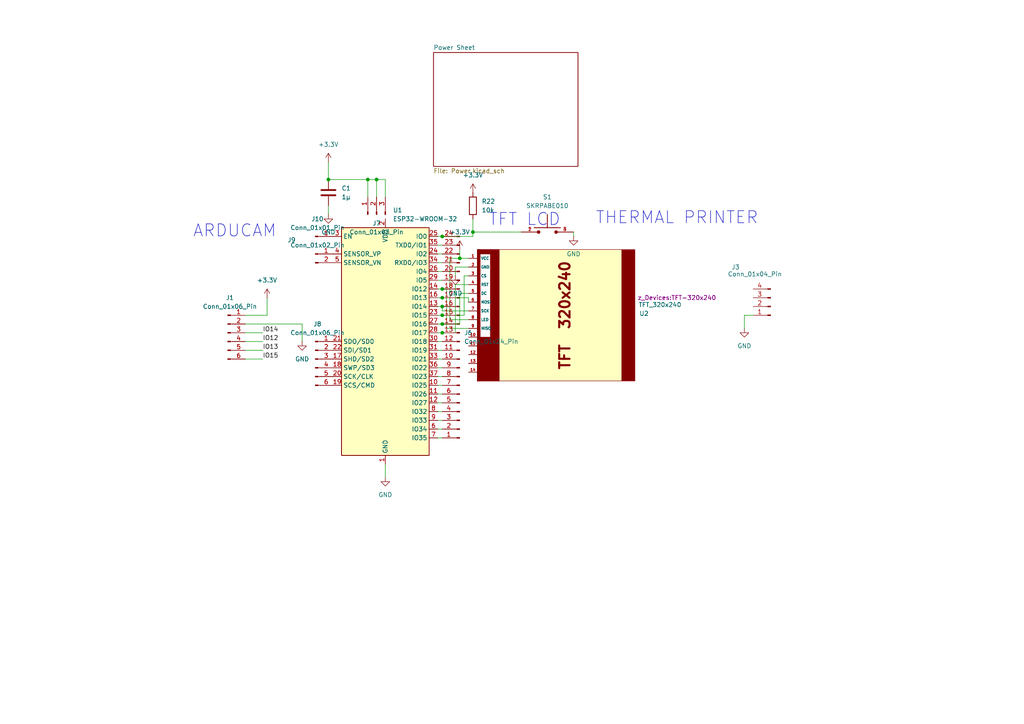
<source format=kicad_sch>
(kicad_sch (version 20231120) (generator "eeschema") (generator_version "8.0")
  (paper "A4")
  (lib_symbols
    (symbol "Connector:Conn_01x01_Pin" (pin_names (offset 1.016) hide)
      (property "Reference" "J" (at 0 2.54 0))
      (property "Value" "Conn_01x01_Pin" (at 0 -2.54 0))
      (symbol "Conn_01x01_Pin_1_1"
        (polyline (pts (xy 1.27 0) (xy 0.8636 0)) (stroke (width 0.1524)))
        (rectangle (start 0.8636 0.127) (end 0 -0.127) (stroke (width 0.1524)) (fill (type outline)))
        (pin passive line (at 5.08 0 180) (length 3.81) (name "Pin_1") (number "1"))
      )
    )
    (symbol "Connector:Conn_01x02_Pin" (pin_names (offset 1.016) hide)
      (property "Reference" "J" (at 0 2.54 0))
      (property "Value" "Conn_01x02_Pin" (at 0 -5.08 0))
      (symbol "Conn_01x02_Pin_1_1"
        (polyline (pts (xy 1.27 -2.54) (xy 0.8636 -2.54)) (stroke (width 0.1524)))
        (polyline (pts (xy 1.27 0) (xy 0.8636 0)) (stroke (width 0.1524)))
        (rectangle (start 0.8636 -2.413) (end 0 -2.667) (stroke (width 0.1524)) (fill (type outline)))
        (rectangle (start 0.8636 0.127) (end 0 -0.127) (stroke (width 0.1524)) (fill (type outline)))
        (pin passive line (at 5.08 0 180) (length 3.81) (name "Pin_1") (number "1"))
        (pin passive line (at 5.08 -2.54 180) (length 3.81) (name "Pin_2") (number "2"))
      )
    )
    (symbol "Connector:Conn_01x03_Pin" (pin_names (offset 1.016) hide)
      (property "Reference" "J" (at 0 5.08 0))
      (property "Value" "Conn_01x03_Pin" (at 0 -5.08 0))
      (symbol "Conn_01x03_Pin_1_1"
        (polyline (pts (xy 1.27 -2.54) (xy 0.8636 -2.54)) (stroke (width 0.1524)))
        (polyline (pts (xy 1.27 0) (xy 0.8636 0)) (stroke (width 0.1524)))
        (polyline (pts (xy 1.27 2.54) (xy 0.8636 2.54)) (stroke (width 0.1524)))
        (rectangle (start 0.8636 -2.413) (end 0 -2.667) (stroke (width 0.1524)) (fill (type outline)))
        (rectangle (start 0.8636 0.127) (end 0 -0.127) (stroke (width 0.1524)) (fill (type outline)))
        (rectangle (start 0.8636 2.667) (end 0 2.413) (stroke (width 0.1524)) (fill (type outline)))
        (pin passive line (at 5.08 2.54 180) (length 3.81) (name "Pin_1") (number "1"))
        (pin passive line (at 5.08 0 180) (length 3.81) (name "Pin_2") (number "2"))
        (pin passive line (at 5.08 -2.54 180) (length 3.81) (name "Pin_3") (number "3"))
      )
    )
    (symbol "Connector:Conn_01x04_Pin" (pin_names (offset 1.016) hide)
      (property "Reference" "J" (at 0 5.08 0))
      (property "Value" "Conn_01x04_Pin" (at 0 -7.62 0))
      (symbol "Conn_01x04_Pin_1_1"
        (polyline (pts (xy 1.27 -5.08) (xy 0.8636 -5.08)) (stroke (width 0.1524)))
        (polyline (pts (xy 1.27 -2.54) (xy 0.8636 -2.54)) (stroke (width 0.1524)))
        (polyline (pts (xy 1.27 0) (xy 0.8636 0)) (stroke (width 0.1524)))
        (polyline (pts (xy 1.27 2.54) (xy 0.8636 2.54)) (stroke (width 0.1524)))
        (rectangle (start 0.8636 -4.953) (end 0 -5.207) (stroke (width 0.1524)) (fill (type outline)))
        (rectangle (start 0.8636 -2.413) (end 0 -2.667) (stroke (width 0.1524)) (fill (type outline)))
        (rectangle (start 0.8636 0.127) (end 0 -0.127) (stroke (width 0.1524)) (fill (type outline)))
        (rectangle (start 0.8636 2.667) (end 0 2.413) (stroke (width 0.1524)) (fill (type outline)))
        (pin passive line (at 5.08 2.54 180) (length 3.81) (name "Pin_1") (number "1"))
        (pin passive line (at 5.08 0 180) (length 3.81) (name "Pin_2") (number "2"))
        (pin passive line (at 5.08 -2.54 180) (length 3.81) (name "Pin_3") (number "3"))
        (pin passive line (at 5.08 -5.08 180) (length 3.81) (name "Pin_4") (number "4"))
      )
    )
    (symbol "Connector:Conn_01x06_Pin" (pin_names (offset 1.016) hide)
      (property "Reference" "J" (at 0 7.62 0))
      (property "Value" "Conn_01x06_Pin" (at 0 -10.16 0))
      (symbol "Conn_01x06_Pin_1_1"
        (polyline (pts (xy 1.27 -7.62) (xy 0.8636 -7.62)) (stroke (width 0.1524)))
        (polyline (pts (xy 1.27 -5.08) (xy 0.8636 -5.08)) (stroke (width 0.1524)))
        (polyline (pts (xy 1.27 -2.54) (xy 0.8636 -2.54)) (stroke (width 0.1524)))
        (polyline (pts (xy 1.27 0) (xy 0.8636 0)) (stroke (width 0.1524)))
        (polyline (pts (xy 1.27 2.54) (xy 0.8636 2.54)) (stroke (width 0.1524)))
        (polyline (pts (xy 1.27 5.08) (xy 0.8636 5.08)) (stroke (width 0.1524)))
        (rectangle (start 0.8636 -7.493) (end 0 -7.747) (stroke (width 0.1524)) (fill (type outline)))
        (rectangle (start 0.8636 -4.953) (end 0 -5.207) (stroke (width 0.1524)) (fill (type outline)))
        (rectangle (start 0.8636 -2.413) (end 0 -2.667) (stroke (width 0.1524)) (fill (type outline)))
        (rectangle (start 0.8636 0.127) (end 0 -0.127) (stroke (width 0.1524)) (fill (type outline)))
        (rectangle (start 0.8636 2.667) (end 0 2.413) (stroke (width 0.1524)) (fill (type outline)))
        (rectangle (start 0.8636 5.207) (end 0 4.953) (stroke (width 0.1524)) (fill (type outline)))
        (pin passive line (at 5.08 5.08 180) (length 3.81) (name "Pin_1") (number "1"))
        (pin passive line (at 5.08 2.54 180) (length 3.81) (name "Pin_2") (number "2"))
        (pin passive line (at 5.08 0 180) (length 3.81) (name "Pin_3") (number "3"))
        (pin passive line (at 5.08 -2.54 180) (length 3.81) (name "Pin_4") (number "4"))
        (pin passive line (at 5.08 -5.08 180) (length 3.81) (name "Pin_5") (number "5"))
        (pin passive line (at 5.08 -7.62 180) (length 3.81) (name "Pin_6") (number "6"))
      )
    )
    (symbol "Connector:Conn_01x24_Pin" (pin_names (offset 1.016) hide)
      (property "Reference" "J" (at 0 30.48 0))
      (property "Value" "Conn_01x24_Pin" (at 0 -33.02 0))
      (symbol "Conn_01x24_Pin_1_1"
        (polyline (pts (xy 1.27 -30.48) (xy 0.8636 -30.48)) (stroke (width 0.1524)))
        (polyline (pts (xy 1.27 -27.94) (xy 0.8636 -27.94)) (stroke (width 0.1524)))
        (polyline (pts (xy 1.27 -25.4) (xy 0.8636 -25.4)) (stroke (width 0.1524)))
        (polyline (pts (xy 1.27 -22.86) (xy 0.8636 -22.86)) (stroke (width 0.1524)))
        (polyline (pts (xy 1.27 -20.32) (xy 0.8636 -20.32)) (stroke (width 0.1524)))
        (polyline (pts (xy 1.27 -17.78) (xy 0.8636 -17.78)) (stroke (width 0.1524)))
        (polyline (pts (xy 1.27 -15.24) (xy 0.8636 -15.24)) (stroke (width 0.1524)))
        (polyline (pts (xy 1.27 -12.7) (xy 0.8636 -12.7)) (stroke (width 0.1524)))
        (polyline (pts (xy 1.27 -10.16) (xy 0.8636 -10.16)) (stroke (width 0.1524)))
        (polyline (pts (xy 1.27 -7.62) (xy 0.8636 -7.62)) (stroke (width 0.1524)))
        (polyline (pts (xy 1.27 -5.08) (xy 0.8636 -5.08)) (stroke (width 0.1524)))
        (polyline (pts (xy 1.27 -2.54) (xy 0.8636 -2.54)) (stroke (width 0.1524)))
        (polyline (pts (xy 1.27 0) (xy 0.8636 0)) (stroke (width 0.1524)))
        (polyline (pts (xy 1.27 2.54) (xy 0.8636 2.54)) (stroke (width 0.1524)))
        (polyline (pts (xy 1.27 5.08) (xy 0.8636 5.08)) (stroke (width 0.1524)))
        (polyline (pts (xy 1.27 7.62) (xy 0.8636 7.62)) (stroke (width 0.1524)))
        (polyline (pts (xy 1.27 10.16) (xy 0.8636 10.16)) (stroke (width 0.1524)))
        (polyline (pts (xy 1.27 12.7) (xy 0.8636 12.7)) (stroke (width 0.1524)))
        (polyline (pts (xy 1.27 15.24) (xy 0.8636 15.24)) (stroke (width 0.1524)))
        (polyline (pts (xy 1.27 17.78) (xy 0.8636 17.78)) (stroke (width 0.1524)))
        (polyline (pts (xy 1.27 20.32) (xy 0.8636 20.32)) (stroke (width 0.1524)))
        (polyline (pts (xy 1.27 22.86) (xy 0.8636 22.86)) (stroke (width 0.1524)))
        (polyline (pts (xy 1.27 25.4) (xy 0.8636 25.4)) (stroke (width 0.1524)))
        (polyline (pts (xy 1.27 27.94) (xy 0.8636 27.94)) (stroke (width 0.1524)))
        (rectangle (start 0.8636 -30.353) (end 0 -30.607) (stroke (width 0.1524)) (fill (type outline)))
        (rectangle (start 0.8636 -27.813) (end 0 -28.067) (stroke (width 0.1524)) (fill (type outline)))
        (rectangle (start 0.8636 -25.273) (end 0 -25.527) (stroke (width 0.1524)) (fill (type outline)))
        (rectangle (start 0.8636 -22.733) (end 0 -22.987) (stroke (width 0.1524)) (fill (type outline)))
        (rectangle (start 0.8636 -20.193) (end 0 -20.447) (stroke (width 0.1524)) (fill (type outline)))
        (rectangle (start 0.8636 -17.653) (end 0 -17.907) (stroke (width 0.1524)) (fill (type outline)))
        (rectangle (start 0.8636 -15.113) (end 0 -15.367) (stroke (width 0.1524)) (fill (type outline)))
        (rectangle (start 0.8636 -12.573) (end 0 -12.827) (stroke (width 0.1524)) (fill (type outline)))
        (rectangle (start 0.8636 -10.033) (end 0 -10.287) (stroke (width 0.1524)) (fill (type outline)))
        (rectangle (start 0.8636 -7.493) (end 0 -7.747) (stroke (width 0.1524)) (fill (type outline)))
        (rectangle (start 0.8636 -4.953) (end 0 -5.207) (stroke (width 0.1524)) (fill (type outline)))
        (rectangle (start 0.8636 -2.413) (end 0 -2.667) (stroke (width 0.1524)) (fill (type outline)))
        (rectangle (start 0.8636 0.127) (end 0 -0.127) (stroke (width 0.1524)) (fill (type outline)))
        (rectangle (start 0.8636 2.667) (end 0 2.413) (stroke (width 0.1524)) (fill (type outline)))
        (rectangle (start 0.8636 5.207) (end 0 4.953) (stroke (width 0.1524)) (fill (type outline)))
        (rectangle (start 0.8636 7.747) (end 0 7.493) (stroke (width 0.1524)) (fill (type outline)))
        (rectangle (start 0.8636 10.287) (end 0 10.033) (stroke (width 0.1524)) (fill (type outline)))
        (rectangle (start 0.8636 12.827) (end 0 12.573) (stroke (width 0.1524)) (fill (type outline)))
        (rectangle (start 0.8636 15.367) (end 0 15.113) (stroke (width 0.1524)) (fill (type outline)))
        (rectangle (start 0.8636 17.907) (end 0 17.653) (stroke (width 0.1524)) (fill (type outline)))
        (rectangle (start 0.8636 20.447) (end 0 20.193) (stroke (width 0.1524)) (fill (type outline)))
        (rectangle (start 0.8636 22.987) (end 0 22.733) (stroke (width 0.1524)) (fill (type outline)))
        (rectangle (start 0.8636 25.527) (end 0 25.273) (stroke (width 0.1524)) (fill (type outline)))
        (rectangle (start 0.8636 28.067) (end 0 27.813) (stroke (width 0.1524)) (fill (type outline)))
        (pin passive line (at 5.08 27.94 180) (length 3.81) (name "Pin_1") (number "1"))
        (pin passive line (at 5.08 5.08 180) (length 3.81) (name "Pin_10") (number "10"))
        (pin passive line (at 5.08 2.54 180) (length 3.81) (name "Pin_11") (number "11"))
        (pin passive line (at 5.08 0 180) (length 3.81) (name "Pin_12") (number "12"))
        (pin passive line (at 5.08 -2.54 180) (length 3.81) (name "Pin_13") (number "13"))
        (pin passive line (at 5.08 -5.08 180) (length 3.81) (name "Pin_14") (number "14"))
        (pin passive line (at 5.08 -7.62 180) (length 3.81) (name "Pin_15") (number "15"))
        (pin passive line (at 5.08 -10.16 180) (length 3.81) (name "Pin_16") (number "16"))
        (pin passive line (at 5.08 -12.7 180) (length 3.81) (name "Pin_17") (number "17"))
        (pin passive line (at 5.08 -15.24 180) (length 3.81) (name "Pin_18") (number "18"))
        (pin passive line (at 5.08 -17.78 180) (length 3.81) (name "Pin_19") (number "19"))
        (pin passive line (at 5.08 25.4 180) (length 3.81) (name "Pin_2") (number "2"))
        (pin passive line (at 5.08 -20.32 180) (length 3.81) (name "Pin_20") (number "20"))
        (pin passive line (at 5.08 -22.86 180) (length 3.81) (name "Pin_21") (number "21"))
        (pin passive line (at 5.08 -25.4 180) (length 3.81) (name "Pin_22") (number "22"))
        (pin passive line (at 5.08 -27.94 180) (length 3.81) (name "Pin_23") (number "23"))
        (pin passive line (at 5.08 -30.48 180) (length 3.81) (name "Pin_24") (number "24"))
        (pin passive line (at 5.08 22.86 180) (length 3.81) (name "Pin_3") (number "3"))
        (pin passive line (at 5.08 20.32 180) (length 3.81) (name "Pin_4") (number "4"))
        (pin passive line (at 5.08 17.78 180) (length 3.81) (name "Pin_5") (number "5"))
        (pin passive line (at 5.08 15.24 180) (length 3.81) (name "Pin_6") (number "6"))
        (pin passive line (at 5.08 12.7 180) (length 3.81) (name "Pin_7") (number "7"))
        (pin passive line (at 5.08 10.16 180) (length 3.81) (name "Pin_8") (number "8"))
        (pin passive line (at 5.08 7.62 180) (length 3.81) (name "Pin_9") (number "9"))
      )
    )
    (symbol "Device:C" (pin_numbers hide) (pin_names (offset 0.254))
      (property "Reference" "C" (at 0.635 2.54 0))
      (property "Value" "C" (at 0.635 -2.54 0))
      (symbol "C_0_1"
        (polyline (pts (xy -2.032 -0.762) (xy 2.032 -0.762)) (stroke (width 0.508)))
        (polyline (pts (xy -2.032 0.762) (xy 2.032 0.762)) (stroke (width 0.508)))
      )
      (symbol "C_1_1"
        (pin passive line (at 0 3.81 270) (length 2.794) (name "~") (number "1"))
        (pin passive line (at 0 -3.81 90) (length 2.794) (name "~") (number "2"))
      )
    )
    (symbol "Device:R" (pin_numbers hide) (pin_names (offset 0))
      (property "Reference" "R" (at 2.032 0 90))
      (property "Value" "R" (at 0 0 90))
      (symbol "R_0_1"
        (rectangle (start -1.016 -2.54) (end 1.016 2.54) (stroke (width 0.254)))
      )
      (symbol "R_1_1"
        (pin passive line (at 0 3.81 270) (length 1.27) (name "~") (number "1"))
        (pin passive line (at 0 -3.81 90) (length 1.27) (name "~") (number "2"))
      )
    )
    (symbol "RF_Module:ESP32-WROOM-32"
      (property "Reference" "U" (at -12.7 34.29 0))
      (property "Value" "ESP32-WROOM-32" (at 1.27 34.29 0))
      (symbol "ESP32-WROOM-32_0_1"
        (rectangle (start -12.7 33.02) (end 12.7 -33.02) (stroke (width 0.254)) (fill (type background)))
      )
      (symbol "ESP32-WROOM-32_1_1"
        (pin power_in line (at 0 -35.56 90) (length 2.54) (name "GND") (number "1"))
        (pin bidirectional line (at 15.24 -12.7 180) (length 2.54) (name "IO25") (number "10"))
        (pin bidirectional line (at 15.24 -15.24 180) (length 2.54) (name "IO26") (number "11"))
        (pin bidirectional line (at 15.24 -17.78 180) (length 2.54) (name "IO27") (number "12"))
        (pin bidirectional line (at 15.24 10.16 180) (length 2.54) (name "IO14") (number "13"))
        (pin bidirectional line (at 15.24 15.24 180) (length 2.54) (name "IO12") (number "14"))
        (pin passive line (at 0 -35.56 90) (length 2.54) hide (name "GND") (number "15"))
        (pin bidirectional line (at 15.24 12.7 180) (length 2.54) (name "IO13") (number "16"))
        (pin bidirectional line (at -15.24 -5.08 0) (length 2.54) (name "SHD/SD2") (number "17"))
        (pin bidirectional line (at -15.24 -7.62 0) (length 2.54) (name "SWP/SD3") (number "18"))
        (pin bidirectional line (at -15.24 -12.7 0) (length 2.54) (name "SCS/CMD") (number "19"))
        (pin power_in line (at 0 35.56 270) (length 2.54) (name "VDD") (number "2"))
        (pin bidirectional line (at -15.24 -10.16 0) (length 2.54) (name "SCK/CLK") (number "20"))
        (pin bidirectional line (at -15.24 0 0) (length 2.54) (name "SDO/SD0") (number "21"))
        (pin bidirectional line (at -15.24 -2.54 0) (length 2.54) (name "SDI/SD1") (number "22"))
        (pin bidirectional line (at 15.24 7.62 180) (length 2.54) (name "IO15") (number "23"))
        (pin bidirectional line (at 15.24 25.4 180) (length 2.54) (name "IO2") (number "24"))
        (pin bidirectional line (at 15.24 30.48 180) (length 2.54) (name "IO0") (number "25"))
        (pin bidirectional line (at 15.24 20.32 180) (length 2.54) (name "IO4") (number "26"))
        (pin bidirectional line (at 15.24 5.08 180) (length 2.54) (name "IO16") (number "27"))
        (pin bidirectional line (at 15.24 2.54 180) (length 2.54) (name "IO17") (number "28"))
        (pin bidirectional line (at 15.24 17.78 180) (length 2.54) (name "IO5") (number "29"))
        (pin input line (at -15.24 30.48 0) (length 2.54) (name "EN") (number "3"))
        (pin bidirectional line (at 15.24 0 180) (length 2.54) (name "IO18") (number "30"))
        (pin bidirectional line (at 15.24 -2.54 180) (length 2.54) (name "IO19") (number "31"))
        (pin no_connect line (at -12.7 -27.94 0) (length 2.54) hide (name "NC") (number "32"))
        (pin bidirectional line (at 15.24 -5.08 180) (length 2.54) (name "IO21") (number "33"))
        (pin bidirectional line (at 15.24 22.86 180) (length 2.54) (name "RXD0/IO3") (number "34"))
        (pin bidirectional line (at 15.24 27.94 180) (length 2.54) (name "TXD0/IO1") (number "35"))
        (pin bidirectional line (at 15.24 -7.62 180) (length 2.54) (name "IO22") (number "36"))
        (pin bidirectional line (at 15.24 -10.16 180) (length 2.54) (name "IO23") (number "37"))
        (pin passive line (at 0 -35.56 90) (length 2.54) hide (name "GND") (number "38"))
        (pin passive line (at 0 -35.56 90) (length 2.54) hide (name "GND") (number "39"))
        (pin input line (at -15.24 25.4 0) (length 2.54) (name "SENSOR_VP") (number "4"))
        (pin input line (at -15.24 22.86 0) (length 2.54) (name "SENSOR_VN") (number "5"))
        (pin input line (at 15.24 -25.4 180) (length 2.54) (name "IO34") (number "6"))
        (pin input line (at 15.24 -27.94 180) (length 2.54) (name "IO35") (number "7"))
        (pin bidirectional line (at 15.24 -20.32 180) (length 2.54) (name "IO32") (number "8"))
        (pin bidirectional line (at 15.24 -22.86 180) (length 2.54) (name "IO33") (number "9"))
      )
    )
    (symbol "SW_SKRPABE010:SKRPABE010" (pin_names (offset 1.016))
      (property "Reference" "S" (at -5.08 6.35 0))
      (property "Value" "SKRPABE010" (at -5.08 -5.08 0))
      (symbol "SKRPABE010_0_0"
        (circle (center -2.54 0) (radius 0.254) (stroke (width 0.508)))
        (polyline (pts (xy -3.81 1.27) (xy 0 1.27)) (stroke (width 0.254)))
        (polyline (pts (xy 0 1.27) (xy 0 5.08)) (stroke (width 0.254)))
        (polyline (pts (xy 0 1.27) (xy 3.81 1.27)) (stroke (width 0.254)))
        (circle (center 2.54 0) (radius 0.254) (stroke (width 0.508)))
        (pin passive line (at -7.62 0 0) (length 5.08) (name "~") (number "1"))
        (pin passive line (at -7.62 0 0) (length 5.08) (name "~") (number "2"))
        (pin passive line (at 7.62 0 180) (length 5.08) (name "~") (number "3"))
        (pin passive line (at 7.62 0 180) (length 5.08) (name "~") (number "4"))
      )
    )
    (symbol "power:+3.3V" (power) (pin_numbers hide) (pin_names (offset 0) hide)
      (property "Value" "+3.3V" (at 0 3.556 0))
      (symbol "+3.3V_0_1"
        (polyline (pts (xy -0.762 1.27) (xy 0 2.54)))
        (polyline (pts (xy 0 0) (xy 0 2.54)))
        (polyline (pts (xy 0 2.54) (xy 0.762 1.27)))
      )
      (symbol "+3.3V_1_1"
        (pin power_in line (at 0 0 90) (length 0) (name "~") (number "1"))
      )
    )
    (symbol "power:GND" (power) (pin_numbers hide) (pin_names (offset 0) hide)
      (property "Value" "GND" (at 0 -3.81 0))
      (symbol "GND_0_1"
        (polyline (pts (xy 0 0) (xy 0 -1.27) (xy 1.27 -1.27) (xy 0 -2.54) (xy -1.27 -1.27) (xy 0 -1.27)))
      )
      (symbol "GND_1_1"
        (pin power_in line (at 0 0 270) (length 0) (name "~") (number "1"))
      )
    )
    (symbol "tft_320x240:TFT_320x240" (pin_names (offset 1.016))
      (property "Reference" "U?" (at 20.32 25.4001 0))
      (property "Value" "TFT_320x240" (at 20.32 22.8601 0))
      (property "Footprint" "z_Devices:TFT-320x240" (at 20.32 20.3201 0))
      (symbol "TFT_320x240_0_0"
        (text "TFT  320x240" (at 0 25.4 0) (effects (font (size 2.9972 2.9972) (bold yes))))
      )
      (symbol "TFT_320x240_0_1"
        (rectangle (start -19.05 0) (end 19.05 0.8382) (fill (type outline)))
        (rectangle (start -19.05 0) (end 19.05 6.35))
        (rectangle (start -19.05 6.35) (end 19.05 3.81) (fill (type outline)))
        (rectangle (start -19.05 6.35) (end 19.05 41.91) (fill (type background)))
        (rectangle (start -19.05 41.91) (end 19.05 45.72) (fill (type outline)))
        (rectangle (start -17.78 0) (end -19.05 3.81) (fill (type outline)))
        (rectangle (start 19.05 0) (end 6.35 3.81) (fill (type outline)))
      )
      (symbol "TFT_320x240_1_1"
        (pin power_in line (at -16.51 -2.54 90) (length 2.54) (name "VCC") (number "1"))
        (pin bidirectional line (at 6.35 -2.54 90) (length 2.54) (name "~") (number "10"))
        (pin bidirectional line (at 8.89 -2.54 90) (length 2.54) (name "~") (number "11"))
        (pin bidirectional line (at 11.43 -2.54 90) (length 2.54) (name "~") (number "12"))
        (pin bidirectional line (at 13.97 -2.54 90) (length 2.54) (name "~") (number "13"))
        (pin bidirectional line (at 16.51 -2.54 90) (length 2.54) (name "~") (number "14"))
        (pin bidirectional line (at -13.97 -2.54 90) (length 2.54) (name "GND") (number "2"))
        (pin bidirectional line (at -11.43 -2.54 90) (length 2.54) (name "CS") (number "3"))
        (pin bidirectional line (at -8.89 -2.54 90) (length 2.54) (name "RST") (number "4"))
        (pin bidirectional line (at -6.35 -2.54 90) (length 2.54) (name "DC") (number "5"))
        (pin bidirectional line (at -3.81 -2.54 90) (length 2.54) (name "MOSI") (number "6"))
        (pin bidirectional line (at -1.27 -2.54 90) (length 2.54) (name "SCK") (number "7"))
        (pin power_in line (at 1.27 -2.54 90) (length 2.54) (name "LED") (number "8"))
        (pin bidirectional line (at 3.81 -2.54 90) (length 2.54) (name "MISO") (number "9"))
      )
    )
  )
  (junction (at 137.16 67.31))
  (junction (at 133.35 74.93))
  (junction (at 128.27 91.44))
  (junction (at 128.27 96.52))
  (junction (at 109.22 52.07))
  (junction (at 95.25 52.07))
  (junction (at 128.27 83.82))
  (junction (at 128.27 88.9))
  (junction (at 128.27 93.98))
  (junction (at 128.27 68.58))
  (junction (at 106.68 52.07))
  (junction (at 128.27 86.36))
  (wire (pts (xy 128.27 111.76) (xy 127 111.76)))
  (wire (pts (xy 129.54 83.82) (xy 128.27 83.82)))
  (wire (pts (xy 127 68.58) (xy 128.27 68.58)))
  (wire (pts (xy 134.62 91.44) (xy 128.27 91.44)))
  (wire (pts (xy 128.27 116.84) (xy 127 116.84)))
  (wire (pts (xy 109.22 52.07) (xy 109.22 57.15)))
  (wire (pts (xy 128.27 83.82) (xy 127 83.82)))
  (wire (pts (xy 133.35 93.98) (xy 128.27 93.98)))
  (wire (pts (xy 151.13 67.31) (xy 137.16 67.31)))
  (wire (pts (xy 128.27 88.9) (xy 127 88.9)))
  (wire (pts (xy 135.89 80.01) (xy 134.62 80.01)))
  (wire (pts (xy 135.89 85.09) (xy 133.35 85.09)))
  (wire (pts (xy 128.27 114.3) (xy 127 114.3)))
  (wire (pts (xy 135.89 95.25) (xy 129.54 95.25)))
  (wire (pts (xy 128.27 81.28) (xy 127 81.28)))
  (wire (pts (xy 129.54 95.25) (xy 129.54 83.82)))
  (wire (pts (xy 134.62 80.01) (xy 134.62 91.44)))
  (wire (pts (xy 71.12 99.06) (xy 76.2 99.06)))
  (wire (pts (xy 128.27 78.74) (xy 127 78.74)))
  (wire (pts (xy 77.47 91.44) (xy 77.47 86.36)))
  (wire (pts (xy 128.27 127) (xy 127 127)))
  (wire (pts (xy 128.27 76.2) (xy 127 76.2)))
  (wire (pts (xy 215.9 91.44) (xy 215.9 95.25)))
  (wire (pts (xy 135.89 90.17) (xy 128.27 90.17)))
  (wire (pts (xy 128.27 86.36) (xy 135.89 86.36)))
  (wire (pts (xy 109.22 52.07) (xy 111.76 52.07)))
  (wire (pts (xy 128.27 106.68) (xy 127 106.68)))
  (wire (pts (xy 128.27 101.6) (xy 127 101.6)))
  (wire (pts (xy 95.25 52.07) (xy 106.68 52.07)))
  (wire (pts (xy 71.12 93.98) (xy 87.63 93.98)))
  (wire (pts (xy 71.12 96.52) (xy 76.2 96.52)))
  (wire (pts (xy 137.16 63.5) (xy 137.16 67.31)))
  (wire (pts (xy 132.08 96.52) (xy 128.27 96.52)))
  (wire (pts (xy 135.89 87.63) (xy 135.89 86.36)))
  (wire (pts (xy 128.27 119.38) (xy 127 119.38)))
  (wire (pts (xy 128.27 124.46) (xy 127 124.46)))
  (wire (pts (xy 130.4816 92.71) (xy 130.4816 74.93)))
  (wire (pts (xy 128.27 91.44) (xy 127 91.44)))
  (wire (pts (xy 137.16 67.31) (xy 137.16 68.58)))
  (wire (pts (xy 128.27 86.36) (xy 127 86.36)))
  (wire (pts (xy 135.89 77.47) (xy 132.08 77.47)))
  (wire (pts (xy 111.76 52.07) (xy 111.76 57.15)))
  (wire (pts (xy 111.76 134.62) (xy 111.76 138.43)))
  (wire (pts (xy 132.08 82.55) (xy 132.08 96.52)))
  (wire (pts (xy 71.12 104.14) (xy 76.2 104.14)))
  (wire (pts (xy 87.63 93.98) (xy 87.63 99.06)))
  (wire (pts (xy 128.27 109.22) (xy 127 109.22)))
  (wire (pts (xy 128.27 68.58) (xy 137.16 68.58)))
  (wire (pts (xy 71.12 91.44) (xy 77.47 91.44)))
  (wire (pts (xy 71.12 101.6) (xy 76.2 101.6)))
  (wire (pts (xy 128.27 90.17) (xy 128.27 88.9)))
  (wire (pts (xy 95.25 59.69) (xy 95.25 62.23)))
  (wire (pts (xy 128.27 71.12) (xy 127 71.12)))
  (wire (pts (xy 135.89 92.71) (xy 130.4816 92.71)))
  (wire (pts (xy 95.25 46.99) (xy 95.25 52.07)))
  (wire (pts (xy 128.27 93.98) (xy 127 93.98)))
  (wire (pts (xy 128.27 96.52) (xy 127 96.52)))
  (wire (pts (xy 128.27 121.92) (xy 127 121.92)))
  (wire (pts (xy 132.08 77.47) (xy 132.08 80.01)))
  (wire (pts (xy 106.68 52.07) (xy 106.68 57.15)))
  (wire (pts (xy 135.89 74.93) (xy 133.35 74.93)))
  (wire (pts (xy 128.27 104.14) (xy 127 104.14)))
  (wire (pts (xy 130.4816 74.93) (xy 133.35 74.93)))
  (wire (pts (xy 133.35 74.93) (xy 133.35 72.39)))
  (wire (pts (xy 133.35 85.09) (xy 133.35 93.98)))
  (wire (pts (xy 135.89 82.55) (xy 132.08 82.55)))
  (wire (pts (xy 166.37 67.31) (xy 166.37 68.58)))
  (wire (pts (xy 128.27 99.06) (xy 127 99.06)))
  (wire (pts (xy 128.27 73.66) (xy 127 73.66)))
  (wire (pts (xy 106.68 52.07) (xy 109.22 52.07)))
  (wire (pts (xy 218.44 91.44) (xy 215.9 91.44)))
  (text "TFT LCD\n" (at 152.146 63.754 0) (effects (font (size 3.5 3.5))))
  (text "THERMAL PRINTER\n" (at 196.342 63.246 0) (effects (font (size 3.5 3.5))))
  (text "ARDUCAM\n" (at 68.072 67.056 0) (effects (font (size 3.5 3.5))))
  (label "IO15" (at 76.2 104.14 0) (property "Netclass" "Default" (effects (hide yes))))
  (label "IO12" (at 76.2 99.06 0) (property "Netclass" "Default" (effects (hide yes))))
  (label "IO13" (at 76.2 101.6 0) (property "Netclass" "Default" (effects (hide yes))))
  (label "IO14" (at 76.2 96.52 0) (property "Netclass" "Default" (effects (hide yes))))
  (symbol (lib_id "power:+3.3V") (at 95.25 46.99 0) (unit 1)
    (property "Reference" "#PWR05" (effects (hide yes)))
    (property "Value" "+3.3V" (at 95.25 41.91 0))
    (property "Description" "Power symbol creates a global label with name \"+3.3V\"" (effects (hide yes)))
  )
  (symbol (lib_id "RF_Module:ESP32-WROOM-32") (at 111.76 99.06 0) (unit 1)
    (property "Reference" "U1" (at 113.9541 60.96 0) (effects (justify left)))
    (property "Value" "ESP32-WROOM-32" (at 113.9541 63.5 0) (effects (justify left)))
    (property "Footprint" "RF_Module:ESP32-WROOM-32" (effects (hide yes)))
    (property "Datasheet" "https://www.espressif.com/sites/default/files/documentation/esp32-wroom-32_datasheet_en.pdf" (effects (hide yes)))
    (property "Description" "RF Module, ESP32-D0WDQ6 SoC, Wi-Fi 802.11b/g/n, Bluetooth, BLE, 32-bit, 2.7-3.6V, onboard antenna, SMD" (effects (hide yes)))
  )
  (symbol (lib_id "power:+3.3V") (at 137.16 55.88 0) (unit 1)
    (property "Reference" "#PWR040" (effects (hide yes)))
    (property "Value" "+3.3V" (at 137.16 50.8 0))
    (property "Description" "Power symbol creates a global label with name \"+3.3V\"" (effects (hide yes)))
  )
  (symbol (lib_id "power:GND") (at 215.9 95.25 0) (unit 1)
    (property "Reference" "#PWR08" (effects (hide yes)))
    (property "Value" "GND" (at 215.9 100.33 0))
    (property "Description" "Power symbol creates a global label with name \"GND\" , ground" (effects (hide yes)))
  )
  (symbol (lib_id "tft_320x240:TFT_320x240") (at 138.43 91.44 270) (unit 1)
    (property "Reference" "U2" (at 185.42 90.932 90) (effects (justify left)))
    (property "Value" "TFT_320x240" (at 185.166 88.392 90) (effects (justify left)))
    (property "Footprint" "z_Devices:TFT-320x240" (at 184.912 86.36 90) (effects (justify left)))
  )
  (symbol (lib_id "power:GND") (at 166.37 68.58 0) (unit 1)
    (property "Reference" "#PWR041" (effects (hide yes)))
    (property "Value" "GND" (at 166.37 73.66 0))
    (property "Description" "Power symbol creates a global label with name \"GND\" , ground" (effects (hide yes)))
  )
  (symbol (lib_id "power:+3.3V") (at 77.47 86.36 0) (unit 1)
    (property "Reference" "#PWR04" (effects (hide yes)))
    (property "Value" "+3.3V" (at 77.47 81.28 0))
    (property "Description" "Power symbol creates a global label with name \"+3.3V\"" (effects (hide yes)))
  )
  (symbol (lib_id "Device:C") (at 95.25 55.88 0) (unit 1)
    (property "Reference" "C1" (at 99.06 54.6099 0) (effects (justify left)))
    (property "Value" "1µ" (at 99.06 57.1499 0) (effects (justify left)))
    (property "Footprint" "Capacitor_SMD:C_0603_1608Metric" (effects (hide yes)))
    (property "Description" "Unpolarized capacitor" (effects (hide yes)))
  )
  (symbol (lib_id "power:GND") (at 132.08 80.01 0) (unit 1)
    (property "Reference" "#PWR03" (effects (hide yes)))
    (property "Value" "GND" (at 132.08 85.09 0))
    (property "Description" "Power symbol creates a global label with name \"GND\" , ground" (effects (hide yes)))
  )
  (symbol (lib_id "power:GND") (at 111.76 138.43 0) (unit 1)
    (property "Reference" "#PWR06" (effects (hide yes)))
    (property "Value" "GND" (at 111.76 143.51 0))
    (property "Description" "Power symbol creates a global label with name \"GND\" , ground" (effects (hide yes)))
  )
  (symbol (lib_id "power:+3.3V") (at 133.35 72.39 0) (unit 1)
    (property "Reference" "#PWR02" (effects (hide yes)))
    (property "Value" "+3.3V" (at 133.35 67.31 0))
    (property "Description" "Power symbol creates a global label with name \"+3.3V\"" (effects (hide yes)))
  )
  (symbol (lib_id "Connector:Conn_01x06_Pin") (at 66.04 96.52 0) (unit 1)
    (property "Reference" "J1" (at 66.675 86.36 0))
    (property "Value" "Conn_01x06_Pin" (at 66.675 88.9 0))
    (property "Description" "Generic connector, single row, 01x06, script generated" (effects (hide yes)))
  )
  (symbol (lib_id "power:GND") (at 87.63 99.06 0) (unit 1)
    (property "Reference" "#PWR01" (effects (hide yes)))
    (property "Value" "GND" (at 87.63 104.14 0))
    (property "Description" "Power symbol creates a global label with name \"GND\" , ground" (effects (hide yes)))
  )
  (symbol (lib_id "power:GND") (at 95.25 62.23 0) (unit 1)
    (property "Reference" "#PWR07" (effects (hide yes)))
    (property "Value" "GND" (at 95.25 67.31 0))
    (property "Description" "Power symbol creates a global label with name \"GND\" , ground" (effects (hide yes)))
  )
  (symbol (lib_id "Connector:Conn_01x06_Pin") (at 91.44 104.14 0) (unit 1)
    (property "Reference" "J8" (at 92.075 93.98 0))
    (property "Value" "Conn_01x06_Pin" (at 92.075 96.52 0))
    (property "Footprint" "Connector_PinHeader_2.54mm:PinHeader_1x06_P2.54mm_Vertical" (effects (hide yes)))
    (property "Description" "Generic connector, single row, 01x06, script generated" (effects (hide yes)))
  )
  (symbol (lib_id "SW_SKRPABE010:SKRPABE010") (at 158.75 67.31 0) (unit 1)
    (property "Reference" "S1" (at 158.75 57.15 0))
    (property "Value" "SKRPABE010" (at 158.75 59.69 0))
    (property "Footprint" "SW_SKRPABE010:SW_SKRPABE010" (effects (hide yes)))
    (property "STANDARD" "Manufacturer Recommendations" (effects (hide yes)))
    (property "MAXIMUM_PACKAGE_HEIGHT" "2.5 mm" (effects (hide yes)))
    (property "MANUFACTURER" "Alps" (effects (hide yes)))
  )
  (symbol (lib_id "Device:R") (at 137.16 59.69 0) (unit 1)
    (property "Reference" "R22" (at 139.7 58.4199 0) (effects (justify left)))
    (property "Value" "10k" (at 139.7 60.9599 0) (effects (justify left)))
    (property "Footprint" "Resistor_SMD:R_0603_1608Metric" (effects (hide yes)))
    (property "Description" "Resistor" (effects (hide yes)))
  )
  (symbol (lib_id "Connector:Conn_01x04_Pin") (at 223.52 88.9 180) (unit 1)
    (property "Reference" "J3" (at 213.36 77.47 0))
    (property "Value" "Conn_01x04_Pin" (at 218.948 79.502 0))
    (property "Description" "Generic connector, single row, 01x04, script generated" (effects (hide yes)))
  )
  (symbol (lib_id "Connector:Conn_01x02_Pin") (at 91.44 73.66 0) (unit 1)
    (property "Reference" "J9" (at 84.582 69.596 0))
    (property "Value" "Conn_01x02_Pin" (at 92.075 71.12 0))
    (property "Footprint" "Connector_PinHeader_2.54mm:PinHeader_1x02_P2.54mm_Vertical" (effects (hide yes)))
    (property "Description" "Generic connector, single row, 01x02, script generated" (effects (hide yes)))
  )
  (symbol (lib_id "Connector:Conn_01x01_Pin") (at 91.44 68.58 0) (unit 1)
    (property "Reference" "J10" (at 92.075 63.5 0))
    (property "Value" "Conn_01x01_Pin" (at 92.075 66.04 0))
    (property "Footprint" "Connector_PinHeader_2.54mm:PinHeader_1x01_P2.54mm_Vertical" (effects (hide yes)))
    (property "Description" "Generic connector, single row, 01x01, script generated" (effects (hide yes)))
  )
  (symbol (lib_id "Connector:Conn_01x24_Pin") (at 133.35 99.06 180) (unit 1)
    (property "Reference" "J6" (at 134.62 96.5199 0) (effects (justify right)))
    (property "Value" "Conn_01x24_Pin" (at 134.62 99.0599 0) (effects (justify right)))
    (property "Footprint" "Connector_PinHeader_2.54mm:PinHeader_1x24_P2.54mm_Vertical" (effects (hide yes)))
    (property "Description" "Generic connector, single row, 01x24, script generated" (effects (hide yes)))
  )
  (symbol (lib_id "Connector:Conn_01x03_Pin") (at 109.22 62.23 90) (unit 1)
    (property "Reference" "J7" (at 109.22 64.77 90))
    (property "Value" "Conn_01x03_Pin" (at 109.22 67.31 90))
    (property "Footprint" "Connector_PinHeader_2.54mm:PinHeader_1x03_P2.54mm_Vertical" (effects (hide yes)))
    (property "Description" "Generic connector, single row, 01x03, script generated" (effects (hide yes)))
  )
  (sheet (at 125.73 15.24) (size 41.91 33.02) (stroke (width 0.1524))
    (property "Sheetname" "Power Sheet" (at 125.73 14.5284 0) (effects (justify left bottom)))
    (property "Sheetfile" "Power.kicad_sch" (at 125.73 48.8446 0) (effects (justify left top)))
  )
)
</source>
